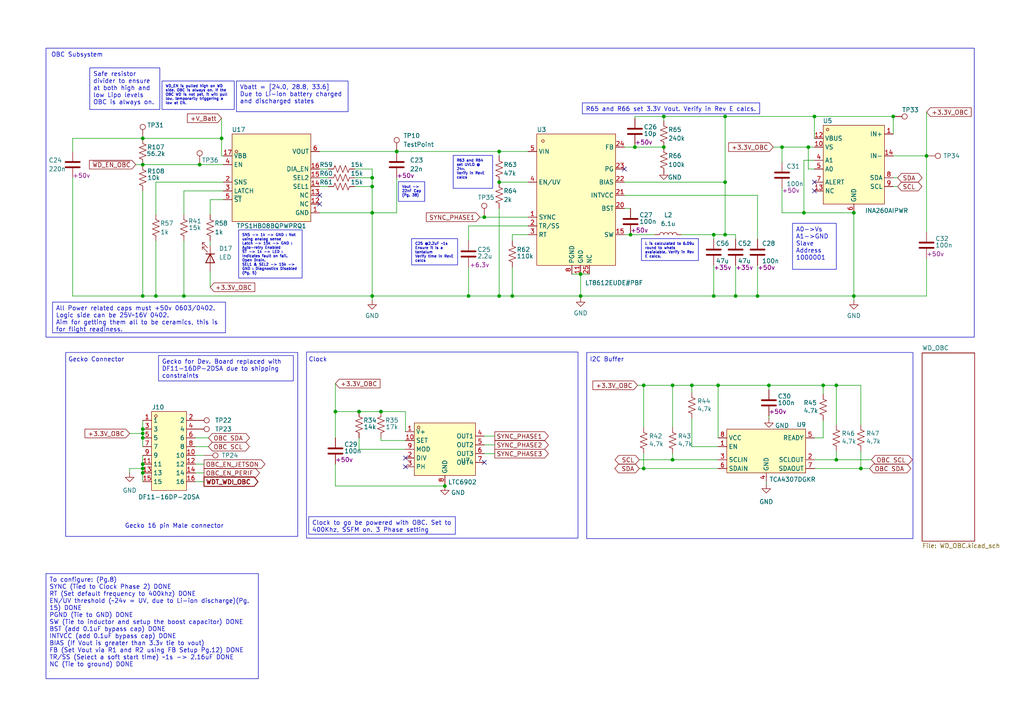
<source format=kicad_sch>
(kicad_sch (version 20250114) (generator "eeschema") (generator_version "9.0")
  (paper "A4")
  (lib_symbols
    (symbol "Device:C" (pin_numbers (hide yes)) (pin_names (offset 0.254))
      (property "Reference" "C" (at 0.635 2.54 0))
      (property "Value" "C" (at 0.635 -2.54 0))
      (symbol "C_0_1"
        (polyline (pts (xy -2.032 0.762) (xy 2.032 0.762)) (stroke (width 0.508)))
        (polyline (pts (xy -2.032 -0.762) (xy 2.032 -0.762)) (stroke (width 0.508)))
      )
      (symbol "C_1_1"
        (pin passive line (at 0 3.81 270) (length 2.794) (name "~") (number "1"))
        (pin passive line (at 0 -3.81 90) (length 2.794) (name "~") (number "2"))
      )
    )
    (symbol "Device:L" (pin_numbers (hide yes)) (pin_names (offset 1.016) (hide yes))
      (property "Reference" "L" (at -1.27 0 90))
      (property "Value" "L" (at 1.905 0 90))
      (symbol "L_0_1"
        (arc (start 0 2.54) (mid 0.6323 1.905) (end 0 1.27))
        (arc (start 0 1.27) (mid 0.6323 0.635) (end 0 0))
        (arc (start 0 0) (mid 0.6323 -0.635) (end 0 -1.27))
        (arc (start 0 -1.27) (mid 0.6323 -1.905) (end 0 -2.54))
      )
      (symbol "L_1_1"
        (pin passive line (at 0 3.81 270) (length 1.27) (name "1") (number "1"))
        (pin passive line (at 0 -3.81 90) (length 1.27) (name "2") (number "2"))
      )
    )
    (symbol "Device:LED" (pin_numbers (hide yes)) (pin_names (offset 1.016) (hide yes))
      (property "Reference" "D" (at 0 2.54 0))
      (property "Value" "LED" (at 0 -2.54 0))
      (symbol "LED_0_1"
        (polyline (pts (xy -3.048 -0.762) (xy -4.572 -2.286) (xy -3.81 -2.286) (xy -4.572 -2.286) (xy -4.572 -1.524)))
        (polyline (pts (xy -1.778 -0.762) (xy -3.302 -2.286) (xy -2.54 -2.286) (xy -3.302 -2.286) (xy -3.302 -1.524)))
        (polyline (pts (xy -1.27 0) (xy 1.27 0)))
        (polyline (pts (xy -1.27 -1.27) (xy -1.27 1.27)) (stroke (width 0.254)))
        (polyline (pts (xy 1.27 -1.27) (xy 1.27 1.27) (xy -1.27 0) (xy 1.27 -1.27)) (stroke (width 0.254)))
      )
      (symbol "LED_1_1"
        (pin passive line (at -3.81 0 0) (length 2.54) (name "K") (number "1"))
        (pin passive line (at 3.81 0 180) (length 2.54) (name "A") (number "2"))
      )
    )
    (symbol "Device:R_US" (pin_numbers (hide yes)) (pin_names (offset 0))
      (property "Reference" "R" (at 2.54 0 90))
      (property "Value" "R_US" (at -2.54 0 90))
      (symbol "R_US_0_1"
        (polyline (pts (xy 0 2.286) (xy 0 2.54)))
        (polyline (pts (xy 0 2.286) (xy 1.016 1.905) (xy 0 1.524) (xy -1.016 1.143) (xy 0 0.762)))
        (polyline (pts (xy 0 0.762) (xy 1.016 0.381) (xy 0 0) (xy -1.016 -0.381) (xy 0 -0.762)))
        (polyline (pts (xy 0 -0.762) (xy 1.016 -1.143) (xy 0 -1.524) (xy -1.016 -1.905) (xy 0 -2.286)))
        (polyline (pts (xy 0 -2.286) (xy 0 -2.54)))
      )
      (symbol "R_US_1_1"
        (pin passive line (at 0 3.81 270) (length 1.27) (name "~") (number "1"))
        (pin passive line (at 0 -3.81 90) (length 1.27) (name "~") (number "2"))
      )
    )
    (symbol "EPS:DF11-16DP-2DSA(08)"
      (property "Reference" "CN" (at 0 13.97 0))
      (property "Value" "DF11-16DP-2DSA(08)" (at 0 -13.97 0))
      (symbol "DF11-16DP-2DSA(08)_0_1"
        (rectangle (start -5.08 11.43) (end 5.08 -11.43) (fill (type background)))
        (circle (center -3.81 10.16) (radius 0.38))
        (pin unspecified line (at -7.62 8.89 0) (length 2.54) (name "1") (number "1"))
        (pin unspecified line (at -7.62 6.35 0) (length 2.54) (name "3") (number "3"))
        (pin unspecified line (at -7.62 3.81 0) (length 2.54) (name "5") (number "5"))
        (pin unspecified line (at -7.62 1.27 0) (length 2.54) (name "7") (number "7"))
        (pin unspecified line (at -7.62 -1.27 0) (length 2.54) (name "9") (number "9"))
        (pin unspecified line (at -7.62 -3.81 0) (length 2.54) (name "11") (number "11"))
        (pin unspecified line (at -7.62 -6.35 0) (length 2.54) (name "13") (number "13"))
        (pin unspecified line (at -7.62 -8.89 0) (length 2.54) (name "15") (number "15"))
        (pin unspecified line (at 7.62 8.89 180) (length 2.54) (name "2") (number "2"))
        (pin unspecified line (at 7.62 6.35 180) (length 2.54) (name "4") (number "4"))
        (pin unspecified line (at 7.62 3.81 180) (length 2.54) (name "6") (number "6"))
        (pin unspecified line (at 7.62 1.27 180) (length 2.54) (name "8") (number "8"))
        (pin unspecified line (at 7.62 -1.27 180) (length 2.54) (name "10") (number "10"))
        (pin unspecified line (at 7.62 -3.81 180) (length 2.54) (name "12") (number "12"))
        (pin unspecified line (at 7.62 -6.35 180) (length 2.54) (name "14") (number "14"))
        (pin unspecified line (at 7.62 -8.89 180) (length 2.54) (name "16") (number "16"))
      )
    )
    (symbol "EPS:INA260AIPWR"
      (property "Reference" "U" (at 0 13.97 0))
      (property "Value" "INA260AIPWR" (at 8.128 -12.954 0))
      (symbol "INA260AIPWR_0_1"
        (rectangle (start -8.89 11.43) (end 8.89 -11.43) (fill (type background)))
        (circle (center -7.62 10.16) (radius 0.38))
      )
      (symbol "INA260AIPWR_1_1"
        (pin passive line (at -11.43 7.62 0) (length 2.54) (name "VBUS") (number "12"))
        (pin passive line (at -11.43 5.08 0) (length 2.54) (name "VS") (number "10"))
        (pin passive line (at -11.43 1.27 0) (length 2.54) (name "A1") (number "4"))
        (pin passive line (at -11.43 -1.27 0) (length 2.54) (name "A0") (number "5"))
        (pin passive line (at -11.43 -5.08 0) (length 2.54) (name "ALERT") (number "7"))
        (pin passive line (at -11.43 -7.62 0) (length 2.54) (name "NC") (number "13"))
        (pin passive line (at 0 -13.97 90) (length 2.54) (name "GND") (number "6"))
        (pin passive line (at 11.43 8.89 180) (length 2.54) (name "IN+") (number "1"))
        (pin passive line (at 11.43 2.54 180) (length 2.54) (name "IN-") (number "14"))
        (pin passive line (at 11.43 -3.81 180) (length 2.54) (name "SDA") (number "8"))
        (pin passive line (at 11.43 -6.35 180) (length 2.54) (name "SCL") (number "9"))
      )
    )
    (symbol "EPS:LT8612EUDE#PBF"
      (property "Reference" "U" (at -1.27 24.13 0))
      (property "Value" "LT8612EUDE#PBF" (at 0 -29.21 0))
      (symbol "LT8612EUDE#PBF_0_1"
        (rectangle (start -11.43 16.51) (end 11.43 -21.59) (fill (type background)))
        (circle (center -9.652 14.478) (radius 0.38))
      )
      (symbol "LT8612EUDE#PBF_1_1"
        (pin passive line (at -13.97 11.43 0) (length 2.54) (name "VIN") (number "5"))
        (pin passive line (at -13.97 2.54 0) (length 2.54) (name "EN/UV") (number "4"))
        (pin passive line (at -13.97 -7.62 0) (length 2.54) (name "SYNC") (number "1"))
        (pin passive line (at -13.97 -10.16 0) (length 2.54) (name "TR/SS") (number "2"))
        (pin passive line (at -13.97 -12.7 0) (length 2.54) (name "RT") (number "3"))
        (pin passive line (at -1.27 -24.13 90) (length 2.54) (name "PGND") (number "8"))
        (pin passive line (at 1.27 -24.13 90) (length 2.54) (name "GND") (number "11"))
        (pin passive line (at 3.81 -24.13 90) (length 2.54) (name "NC") (number "25"))
        (pin passive line (at 13.97 12.7 180) (length 2.54) (name "FB") (number "24"))
        (pin passive line (at 13.97 6.35 180) (length 2.54) (name "PG") (number "23"))
        (pin passive line (at 13.97 2.54 180) (length 2.54) (name "BIAS") (number "22"))
        (pin passive line (at 13.97 -1.27 180) (length 2.54) (name "INTVCC") (number "21"))
        (pin passive line (at 13.97 -5.08 180) (length 2.54) (name "BST") (number "20"))
        (pin passive line (at 13.97 -12.7 180) (length 2.54) (name "SW") (number "15"))
      )
    )
    (symbol "EPS:LTC6902IMS#TRPBF"
      (property "Reference" "U" (at 0 10.16 0))
      (property "Value" "LTC6902IMS#TRPBF" (at 0 -10.16 0))
      (symbol "LTC6902IMS#TRPBF_0_1"
        (rectangle (start -8.89 7.62) (end 8.89 -7.62) (fill (type background)))
        (circle (center -7.62 6.35) (radius 0.38))
        (pin unspecified line (at -11.43 5.08 0) (length 2.54) (name "V+") (number "1"))
        (pin unspecified line (at -11.43 2.54 0) (length 2.54) (name "SET") (number "10"))
        (pin unspecified line (at -11.43 0 0) (length 2.54) (name "MOD") (number "9"))
        (pin unspecified line (at -11.43 -2.54 0) (length 2.54) (name "DIV") (number "2"))
        (pin unspecified line (at -11.43 -5.08 0) (length 2.54) (name "PH") (number "3"))
        (pin unspecified line (at 0 -10.16 90) (length 2.54) (name "GND") (number "8"))
        (pin unspecified line (at 11.43 3.81 180) (length 2.54) (name "OUT1") (number "4"))
        (pin unspecified line (at 11.43 1.27 180) (length 2.54) (name "OUT2") (number "5"))
        (pin unspecified line (at 11.43 -1.27 180) (length 2.54) (name "OUT3") (number "6"))
        (pin unspecified line (at 11.43 -3.81 180) (length 2.54) (name "OUT4") (number "7"))
      )
    )
    (symbol "EPS:TCA4307DGKR"
      (property "Reference" "U" (at 0 8.89 0))
      (property "Value" "TCA4307DGKR" (at 0 -8.89 0))
      (symbol "TCA4307DGKR_0_1"
        (rectangle (start -11.43 6.35) (end 11.43 -6.35) (fill (type background)))
        (pin unspecified line (at -13.97 3.81 0) (length 2.54) (name "VCC") (number "8"))
        (pin unspecified line (at -13.97 1.27 0) (length 2.54) (name "EN") (number "1"))
        (pin unspecified line (at -13.97 -2.54 0) (length 2.54) (name "SCLIN") (number "3"))
        (pin unspecified line (at -13.97 -5.08 0) (length 2.54) (name "SDAIN") (number "6"))
        (pin unspecified line (at 0 -8.89 90) (length 2.54) (name "GND") (number "4"))
        (pin unspecified line (at 13.97 3.81 180) (length 2.54) (name "READY") (number "5"))
        (pin unspecified line (at 13.97 -2.54 180) (length 2.54) (name "SCLOUT") (number "2"))
        (pin unspecified line (at 13.97 -5.08 180) (length 2.54) (name "SDAOUT") (number "7"))
      )
    )
    (symbol "EPS:TPS1HB08BQPWPRQ1"
      (property "Reference" "U" (at 0 15.24 0))
      (property "Value" "TPS1HB08BQPWPRQ1" (at 0 -15.24 0))
      (symbol "TPS1HB08BQPWPRQ1_0_1"
        (rectangle (start -11.43 12.7) (end 11.43 -12.7) (fill (type background)))
        (circle (center -10.16 7.62) (radius 0.38))
      )
      (symbol "TPS1HB08BQPWPRQ1_1_1"
        (pin passive line (at -13.97 6.35 0) (length 2.54) (name "VBB") (number "17"))
        (pin passive line (at -13.97 3.81 0) (length 2.54) (name "EN") (number "4"))
        (pin passive line (at -13.97 -1.27 0) (length 2.54) (name "SNS") (number "2"))
        (pin passive line (at -13.97 -3.81 0) (length 2.54) (name "LATCH") (number "3"))
        (pin passive line (at -13.97 -6.35 0) (length 2.54) (name "~{ST}") (number "5"))
        (pin passive line (at 13.97 7.62 180) (length 2.54) (name "VOUT") (number "6"))
        (pin passive line (at 13.97 2.54 180) (length 2.54) (name "DIA_EN") (number "16"))
        (pin passive line (at 13.97 0 180) (length 2.54) (name "SEL2") (number "15"))
        (pin passive line (at 13.97 -2.54 180) (length 2.54) (name "SEL1") (number "14"))
        (pin passive line (at 13.97 -5.08 180) (length 2.54) (name "NC") (number "13"))
        (pin passive line (at 13.97 -7.62 180) (length 2.54) (name "NC") (number "12"))
        (pin passive line (at 13.97 -10.16 180) (length 2.54) (name "GND") (number "1"))
      )
    )
    (symbol "EPS:TestPoint" (pin_numbers (hide yes)) (pin_names (offset 0.762) (hide yes))
      (property "Reference" "TP" (at 0 6.858 0))
      (property "Value" "TestPoint" (at 0 5.08 0))
      (symbol "TestPoint_0_1"
        (circle (center 0 3.302) (radius 0.762))
      )
      (symbol "TestPoint_1_1"
        (pin passive line (at 0 0 90) (length 2.54) (name "1") (number "1"))
      )
    )
    (symbol "power:GND" (power) (pin_numbers (hide yes)) (pin_names (offset 0) (hide yes))
      (property "Value" "GND" (at 0 -3.81 0))
      (symbol "GND_0_1"
        (polyline (pts (xy 0 0) (xy 0 -1.27) (xy 1.27 -1.27) (xy 0 -2.54) (xy -1.27 -1.27) (xy 0 -1.27)))
      )
      (symbol "GND_1_1"
        (pin power_in line (at 0 0 270) (length 0) (name "~") (number "1"))
      )
    )
  )
  (rectangle (start 13.335 13.97) (end 282.575 97.79))
  (rectangle (start 88.9 102.108) (end 167.64 156.083))
  (rectangle (start 170.18 102.235) (end 264.795 156.21))
  (rectangle (start 19.05 102.235) (end 86.36 155.575))
  (text "Clock\n" (at 92.202 104.394 0) (effects (font (size 1.27 1.27))))
  (text "OBC Subsystem" (at 22.352 16.002 0) (effects (font (size 1.27 1.27))))
  (text "I2C Buffer" (at 176.022 104.394 0) (effects (font (size 1.27 1.27))))
  (text "Gecko Connector" (at 27.94 104.394 0) (effects (font (size 1.27 1.27))))
  (text "Gecko 16 pin Male connector" (at 50.546 152.654 0) (effects (font (size 1.27 1.27))))
  (text_box "R65 and R66 set 3.3V Vout. Verify in Rev E calcs." (at 168.91 29.845 0) (size 51.435 3.175) (margins 0.9525 0.9525 0.9525 0.9525) (effects (font (size 1.27 1.27)) (justify left top)))
  (text_box "L is calculated to 6.09u round to whats avaialable. Verify in Rev E calcs." (at 186.055 69.215 0) (size 16.51 6.35) (margins 0.9525 0.9525 0.9525 0.9525) (effects (font (size 0.762 0.762)) (justify left top)))
  (text_box "A0->Vs\nA1->GND\nSlave Address\n1000001" (at 229.87 64.77 0) (size 12.7 13.335) (margins 0.9525 0.9525 0.9525 0.9525) (effects (font (size 1.27 1.27)) (justify left top)))
  (text_box "All Power related caps must +50v 0603/0402. Logic side can be 25V~16V 0402.\nAim for getting them all to be ceramics, this is for flight readiness." (at 15.24 87.63 0) (size 50.165 8.89) (margins 0.9525 0.9525 0.9525 0.9525) (effects (font (size 1.27 1.27)) (justify left top)))
  (text_box "To configure: (Pg.8)\nSYNC (Tied to Clock Phase 2) DONE\nRT (Set default frequency to 400khz) DONE\nEN/UV threshold (~24v = UV, due to Li-ion discharge)(Pg. 15) DONE\nPGND (Tie to GND) DONE\nSW (Tie to inductor and setup the boost capacitor) DONE\nBST (add 0.1uF bypass cap) DONE\nINTVCC (add 0.1uF bypass cap) DONE\nBIAS (If Vout is greater than 3.3v tie to vout)\nFB (Set Vout via R1 and R2 using FB Setup Pg.12) DONE\nTR/SS (Select a soft start time) ~1s -> 2.16uF DONE\nNC (Tie to ground) DONE" (at 13.335 166.37 0) (size 61.595 30.48) (margins 0.9525 0.9525 0.9525 0.9525) (effects (font (size 1.27 1.27)) (justify left top)))
  (text_box "Vbatt = [24.0, 28.8, 33.6] Due to Li-ion battery charged and discharged states" (at 68.58 23.495 0) (size 32.385 8.89) (margins 0.9525 0.9525 0.9525 0.9525) (effects (font (size 1.27 1.27)) (justify left top)))
  (text_box "Safe resistor divider to ensure at both high and low Lipo levels OBC is always on." (at 26.035 19.685 0) (size 20.32 12.065) (margins 0.9525 0.9525 0.9525 0.9525) (effects (font (size 1.27 1.27)) (justify left top)))
  (text_box "WD_EN is pulled high on WD side. OBC is always on. If the OBC WD is not pet, it will pull low, temporarily triggering a low at EN." (at 46.99 23.495 0) (size 20.955 8.255) (margins 0.9525 0.9525 0.9525 0.9525) (effects (font (size 0.762 0.762)) (justify left top)))
  (text_box "R63 and R64 set UVLO @ 24v.\nVerify in RevE calcs" (at 131.445 45.085 0) (size 11.43 9.525) (margins 0.9525 0.9525 0.9525 0.9525) (effects (font (size 0.762 0.762)) (justify left top)))
  (text_box "Vout -> 22nF Cap\n(Pg. 38)" (at 115.57 52.705 0) (size 7.62 5.715) (margins 0.9525 0.9525 0.9525 0.9525) (effects (font (size 0.762 0.762)) (justify left top)))
  (text_box "C25 @2.2uF ~1s\nEnsure it is a tantalum\nVerify time in RevE calcs" (at 119.38 69.215 0) (size 13.335 7.62) (margins 0.9525 0.9525 0.9525 0.9525) (effects (font (size 0.762 0.762)) (justify left top)))
  (text_box "Gecko for Dev. Board replaced with DF11-16DP-2DSA due to shipping constraints" (at 45.974 103.124 0) (size 39.116 7.366) (margins 0.9525 0.9525 0.9525 0.9525) (effects (font (size 1.27 1.27)) (justify left top)))
  (text_box "SNS -> 1k -> GND : Not using analog sense\nLatch -> 15k -> GND : Auto-retry Enabled\n~{ST} -> 1k -> LED : Indicates fault on fail. Open Drain.\nSEL1 & SEL2 -> 15k -> GND : Diagnostics Disabled\n(Pg. 5)" (at 69.215 66.675 0) (size 18.415 13.97) (margins 0.9525 0.9525 0.9525 0.9525) (effects (font (size 0.762 0.762)) (justify left top)))
  (text_box "Clock to go be powered with OBC. Set to 400Khz, SSFM on. 3 Phase setting" (at 89.535 149.86 0) (size 42.545 5.08) (margins 0.9525 0.9525 0.9525 0.9525) (effects (font (size 1.27 1.27)) (justify left top)))
  (junction (at 192.532 33.782))
  (junction (at 45.212 85.852))
  (junction (at 247.65 61.722))
  (junction (at 107.95 54.102))
  (junction (at 41.402 124.46))
  (junction (at 207.01 85.852))
  (junction (at 110.49 119.38))
  (junction (at 107.95 85.852))
  (junction (at 247.65 85.852))
  (junction (at 41.402 125.73))
  (junction (at 144.78 85.852))
  (junction (at 53.34 85.852))
  (junction (at 259.08 33.782))
  (junction (at 223.012 111.76))
  (junction (at 97.282 119.38))
  (junction (at 41.402 134.62))
  (junction (at 234.442 42.672))
  (junction (at 107.95 51.562))
  (junction (at 192.532 42.672))
  (junction (at 208.28 111.76))
  (junction (at 195.072 111.76))
  (junction (at 233.172 61.722))
  (junction (at 41.402 47.752))
  (junction (at 41.402 127))
  (junction (at 200.66 111.76))
  (junction (at 57.912 47.752))
  (junction (at 219.71 85.852))
  (junction (at 41.402 135.89))
  (junction (at 186.69 135.89))
  (junction (at 238.76 111.76))
  (junction (at 115.062 43.942))
  (junction (at 129.032 140.97))
  (junction (at 144.78 43.942))
  (junction (at 144.78 52.832))
  (junction (at 242.57 111.76))
  (junction (at 140.462 62.992))
  (junction (at 242.57 133.35))
  (junction (at 64.262 40.132))
  (junction (at 104.14 119.38))
  (junction (at 210.312 68.072))
  (junction (at 168.402 79.502))
  (junction (at 249.682 135.89))
  (junction (at 148.59 85.852))
  (junction (at 41.402 85.852))
  (junction (at 210.312 33.782))
  (junction (at 186.69 111.76))
  (junction (at 41.402 137.16))
  (junction (at 168.402 85.852))
  (junction (at 226.822 42.672))
  (junction (at 210.312 52.832))
  (junction (at 213.36 85.852))
  (junction (at 207.01 68.072))
  (junction (at 135.89 85.852))
  (junction (at 182.88 68.072))
  (junction (at 107.95 61.722))
  (junction (at 184.15 42.672))
  (junction (at 236.22 33.782))
  (junction (at 195.072 133.35))
  (junction (at 268.732 45.212))
  (junction (at 41.402 40.132))
  (no_connect (at 236.22 55.372))
  (no_connect (at 117.602 132.842))
  (no_connect (at 236.22 52.832))
  (no_connect (at 117.602 135.382))
  (no_connect (at 140.462 134.112))
  (no_connect (at 92.71 56.642))
  (no_connect (at 181.102 49.022))
  (no_connect (at 92.71 59.182))
  (wire (pts (xy 234.442 42.672) (xy 236.22 42.672)))
  (wire (pts (xy 107.95 85.852) (xy 107.95 61.722)))
  (wire (pts (xy 249.682 111.76) (xy 249.682 123.19)))
  (wire (pts (xy 135.89 85.852) (xy 144.78 85.852)))
  (wire (pts (xy 226.822 61.722) (xy 233.172 61.722)))
  (wire (pts (xy 210.312 68.072) (xy 213.36 68.072)))
  (wire (pts (xy 144.78 60.452) (xy 144.78 85.852)))
  (wire (pts (xy 45.212 69.85) (xy 45.212 85.852)))
  (wire (pts (xy 53.34 55.372) (xy 53.34 62.23)))
  (wire (pts (xy 60.96 57.912) (xy 64.77 57.912)))
  (wire (pts (xy 268.732 32.512) (xy 268.732 45.212)))
  (wire (pts (xy 222.25 140.462) (xy 222.25 139.7)))
  (wire (pts (xy 192.532 33.782) (xy 184.15 33.782)))
  (wire (pts (xy 92.71 61.722) (xy 107.95 61.722)))
  (wire (pts (xy 140.462 62.992) (xy 153.162 62.992)))
  (wire (pts (xy 195.072 111.76) (xy 200.66 111.76)))
  (wire (pts (xy 195.072 111.76) (xy 195.072 123.952)))
  (wire (pts (xy 41.402 134.62) (xy 41.402 135.89)))
  (wire (pts (xy 92.71 43.942) (xy 115.062 43.942)))
  (wire (pts (xy 135.89 69.85) (xy 135.89 65.532)))
  (wire (pts (xy 41.402 127) (xy 41.402 129.54)))
  (wire (pts (xy 41.402 40.132) (xy 64.262 40.132)))
  (wire (pts (xy 259.08 51.562) (xy 260.35 51.562)))
  (wire (pts (xy 238.76 111.76) (xy 242.57 111.76)))
  (wire (pts (xy 107.95 49.022) (xy 107.95 51.562)))
  (wire (pts (xy 148.59 85.852) (xy 168.402 85.852)))
  (wire (pts (xy 41.402 137.16) (xy 41.402 139.7)))
  (wire (pts (xy 37.592 135.89) (xy 41.402 135.89)))
  (wire (pts (xy 186.69 135.89) (xy 208.28 135.89)))
  (wire (pts (xy 110.49 119.38) (xy 117.602 119.38)))
  (wire (pts (xy 53.34 55.372) (xy 64.77 55.372)))
  (wire (pts (xy 192.532 33.782) (xy 192.532 35.052)))
  (wire (pts (xy 95.25 51.562) (xy 92.71 51.562)))
  (wire (pts (xy 140.462 131.572) (xy 143.51 131.572)))
  (wire (pts (xy 60.96 83.312) (xy 60.96 78.74)))
  (wire (pts (xy 97.282 140.97) (xy 129.032 140.97)))
  (wire (pts (xy 148.59 68.072) (xy 153.162 68.072)))
  (wire (pts (xy 213.36 76.962) (xy 213.36 85.852)))
  (wire (pts (xy 56.642 137.16) (xy 59.182 137.16)))
  (wire (pts (xy 242.57 130.81) (xy 242.57 133.35)))
  (wire (pts (xy 223.012 120.65) (xy 223.012 121.412)))
  (wire (pts (xy 184.912 111.76) (xy 186.69 111.76)))
  (wire (pts (xy 64.77 52.832) (xy 45.212 52.832)))
  (wire (pts (xy 223.012 111.76) (xy 238.76 111.76)))
  (wire (pts (xy 181.102 60.452) (xy 182.88 60.452)))
  (wire (pts (xy 97.282 134.62) (xy 97.282 140.97)))
  (wire (pts (xy 236.22 40.132) (xy 236.22 33.782)))
  (wire (pts (xy 249.682 130.81) (xy 249.682 135.89)))
  (wire (pts (xy 223.012 113.03) (xy 223.012 111.76)))
  (wire (pts (xy 234.442 49.022) (xy 234.442 42.672)))
  (wire (pts (xy 210.312 33.782) (xy 236.22 33.782)))
  (wire (pts (xy 268.732 85.852) (xy 268.732 74.93)))
  (wire (pts (xy 181.102 56.642) (xy 219.71 56.642)))
  (wire (pts (xy 135.89 65.532) (xy 153.162 65.532)))
  (wire (pts (xy 60.96 69.85) (xy 60.96 71.12)))
  (wire (pts (xy 186.69 131.572) (xy 186.69 135.89)))
  (wire (pts (xy 21.082 43.942) (xy 21.082 40.132)))
  (wire (pts (xy 102.87 51.562) (xy 107.95 51.562)))
  (wire (pts (xy 238.76 121.92) (xy 238.76 127)))
  (wire (pts (xy 144.78 43.942) (xy 144.78 45.212)))
  (wire (pts (xy 56.642 134.62) (xy 59.182 134.62)))
  (wire (pts (xy 56.642 139.7) (xy 59.182 139.7)))
  (wire (pts (xy 107.95 54.102) (xy 107.95 61.722)))
  (wire (pts (xy 41.402 132.08) (xy 41.402 134.62)))
  (wire (pts (xy 233.172 61.722) (xy 247.65 61.722)))
  (wire (pts (xy 60.96 57.912) (xy 60.96 62.23)))
  (wire (pts (xy 184.15 41.91) (xy 184.15 42.672)))
  (wire (pts (xy 236.22 49.022) (xy 234.442 49.022)))
  (wire (pts (xy 97.282 119.38) (xy 97.282 127)))
  (wire (pts (xy 182.88 68.072) (xy 189.992 68.072)))
  (wire (pts (xy 165.862 79.502) (xy 168.402 79.502)))
  (wire (pts (xy 110.49 127) (xy 110.49 127.762)))
  (wire (pts (xy 181.102 52.832) (xy 210.312 52.832)))
  (wire (pts (xy 185.42 133.35) (xy 195.072 133.35)))
  (wire (pts (xy 226.822 42.672) (xy 226.822 46.99)))
  (wire (pts (xy 104.14 127) (xy 104.14 130.302)))
  (wire (pts (xy 242.57 111.76) (xy 249.682 111.76)))
  (wire (pts (xy 186.69 111.76) (xy 186.69 123.952)))
  (wire (pts (xy 238.76 127) (xy 236.22 127)))
  (wire (pts (xy 140.462 126.492) (xy 143.51 126.492)))
  (wire (pts (xy 168.402 85.852) (xy 207.01 85.852)))
  (wire (pts (xy 110.49 127.762) (xy 117.602 127.762)))
  (wire (pts (xy 139.192 62.992) (xy 140.462 62.992)))
  (wire (pts (xy 213.36 68.072) (xy 213.36 69.342)))
  (wire (pts (xy 200.66 121.412) (xy 200.66 129.54)))
  (wire (pts (xy 236.22 33.782) (xy 259.08 33.782)))
  (wire (pts (xy 184.15 42.672) (xy 192.532 42.672)))
  (wire (pts (xy 224.282 42.672) (xy 226.822 42.672)))
  (wire (pts (xy 181.102 68.072) (xy 182.88 68.072)))
  (wire (pts (xy 64.262 40.132) (xy 64.262 45.212)))
  (wire (pts (xy 219.71 56.642) (xy 219.71 69.342)))
  (wire (pts (xy 233.172 46.482) (xy 236.22 46.482)))
  (wire (pts (xy 186.69 111.76) (xy 195.072 111.76)))
  (wire (pts (xy 45.212 52.832) (xy 45.212 62.23)))
  (wire (pts (xy 148.59 85.852) (xy 148.59 77.47)))
  (wire (pts (xy 208.28 111.76) (xy 208.28 127)))
  (wire (pts (xy 144.78 43.942) (xy 153.162 43.942)))
  (wire (pts (xy 102.87 49.022) (xy 107.95 49.022)))
  (wire (pts (xy 259.08 54.102) (xy 260.35 54.102)))
  (wire (pts (xy 21.082 51.562) (xy 21.082 85.852)))
  (wire (pts (xy 242.57 133.35) (xy 252.73 133.35)))
  (wire (pts (xy 95.25 49.022) (xy 92.71 49.022)))
  (wire (pts (xy 247.65 85.852) (xy 268.732 85.852)))
  (wire (pts (xy 39.37 47.752) (xy 41.402 47.752)))
  (wire (pts (xy 56.642 127) (xy 60.452 127)))
  (wire (pts (xy 247.65 61.722) (xy 247.65 85.852)))
  (wire (pts (xy 226.822 42.672) (xy 234.442 42.672)))
  (wire (pts (xy 195.072 131.572) (xy 195.072 133.35)))
  (wire (pts (xy 41.402 125.73) (xy 41.402 127)))
  (wire (pts (xy 195.072 133.35) (xy 208.28 133.35)))
  (wire (pts (xy 236.22 135.89) (xy 249.682 135.89)))
  (wire (pts (xy 207.01 85.852) (xy 213.36 85.852)))
  (wire (pts (xy 197.612 68.072) (xy 207.01 68.072)))
  (wire (pts (xy 21.082 40.132) (xy 41.402 40.132)))
  (wire (pts (xy 102.87 54.102) (xy 107.95 54.102)))
  (wire (pts (xy 41.402 124.46) (xy 41.402 125.73)))
  (wire (pts (xy 64.262 45.212) (xy 64.77 45.212)))
  (wire (pts (xy 144.78 85.852) (xy 148.59 85.852)))
  (wire (pts (xy 97.282 119.38) (xy 104.14 119.38)))
  (wire (pts (xy 107.95 61.722) (xy 115.062 61.722)))
  (wire (pts (xy 129.032 140.462) (xy 129.032 140.97)))
  (wire (pts (xy 64.262 34.29) (xy 64.262 40.132)))
  (wire (pts (xy 210.312 33.782) (xy 210.312 52.832)))
  (wire (pts (xy 56.642 129.54) (xy 60.452 129.54)))
  (wire (pts (xy 104.14 119.38) (xy 110.49 119.38)))
  (wire (pts (xy 21.082 85.852) (xy 41.402 85.852)))
  (wire (pts (xy 207.01 76.962) (xy 207.01 85.852)))
  (wire (pts (xy 219.71 85.852) (xy 247.65 85.852)))
  (wire (pts (xy 117.602 119.38) (xy 117.602 125.222)))
  (wire (pts (xy 37.592 125.73) (xy 41.402 125.73)))
  (wire (pts (xy 56.642 132.08) (xy 59.182 132.08)))
  (wire (pts (xy 115.062 51.562) (xy 115.062 61.722)))
  (wire (pts (xy 140.462 129.032) (xy 143.51 129.032)))
  (wire (pts (xy 41.402 47.752) (xy 57.912 47.752)))
  (wire (pts (xy 184.15 33.782) (xy 184.15 34.29)))
  (wire (pts (xy 53.34 85.852) (xy 107.95 85.852)))
  (wire (pts (xy 168.402 86.36) (xy 168.402 85.852)))
  (wire (pts (xy 207.01 68.072) (xy 210.312 68.072)))
  (wire (pts (xy 238.76 111.76) (xy 238.76 114.3)))
  (wire (pts (xy 41.402 55.372) (xy 41.402 85.852)))
  (wire (pts (xy 57.912 47.752) (xy 64.77 47.752)))
  (wire (pts (xy 200.66 111.76) (xy 200.66 113.792)))
  (wire (pts (xy 226.822 54.61) (xy 226.822 61.722)))
  (wire (pts (xy 37.592 137.16) (xy 37.592 135.89)))
  (wire (pts (xy 249.682 135.89) (xy 252.222 135.89)))
  (wire (pts (xy 107.95 85.852) (xy 135.89 85.852)))
  (wire (pts (xy 208.28 111.76) (xy 223.012 111.76)))
  (wire (pts (xy 233.172 46.482) (xy 233.172 61.722)))
  (wire (pts (xy 104.14 130.302) (xy 117.602 130.302)))
  (wire (pts (xy 181.102 42.672) (xy 184.15 42.672)))
  (wire (pts (xy 45.212 85.852) (xy 53.34 85.852)))
  (wire (pts (xy 268.732 45.212) (xy 268.732 67.31)))
  (wire (pts (xy 135.89 77.47) (xy 135.89 85.852)))
  (wire (pts (xy 185.42 135.89) (xy 186.69 135.89)))
  (wire (pts (xy 41.402 121.92) (xy 41.402 124.46)))
  (wire (pts (xy 247.65 87.122) (xy 247.65 85.852)))
  (wire (pts (xy 115.062 43.942) (xy 144.78 43.942)))
  (wire (pts (xy 95.25 54.102) (xy 92.71 54.102)))
  (wire (pts (xy 207.01 68.072) (xy 207.01 69.342)))
  (wire (pts (xy 259.08 45.212) (xy 268.732 45.212)))
  (wire (pts (xy 107.95 87.122) (xy 107.95 85.852)))
  (wire (pts (xy 219.71 76.962) (xy 219.71 85.852)))
  (wire (pts (xy 107.95 51.562) (xy 107.95 54.102)))
  (wire (pts (xy 259.08 33.782) (xy 259.08 38.862)))
  (wire (pts (xy 168.402 79.502) (xy 170.942 79.502)))
  (wire (pts (xy 192.532 33.782) (xy 210.312 33.782)))
  (wire (pts (xy 53.34 69.85) (xy 53.34 85.852)))
  (wire (pts (xy 148.59 68.072) (xy 148.59 69.85)))
  (wire (pts (xy 210.312 52.832) (xy 210.312 68.072)))
  (wire (pts (xy 41.402 85.852) (xy 45.212 85.852)))
  (wire (pts (xy 200.66 129.54) (xy 208.28 129.54)))
  (wire (pts (xy 144.78 52.832) (xy 153.162 52.832)))
  (wire (pts (xy 168.402 79.502) (xy 168.402 85.852)))
  (wire (pts (xy 192.532 49.53) (xy 192.532 50.292)))
  (wire (pts (xy 200.66 111.76) (xy 208.28 111.76)))
  (wire (pts (xy 213.36 85.852) (xy 219.71 85.852)))
  (wire (pts (xy 41.402 135.89) (xy 41.402 137.16)))
  (wire (pts (xy 236.22 133.35) (xy 242.57 133.35)))
  (wire (pts (xy 242.57 123.19) (xy 242.57 111.76)))
  (wire (pts (xy 97.282 111.252) (xy 97.282 119.38)))
  (global_label "SYNC_PHASE1" (shape input) (at 139.192 62.992 180) (property "Intersheetrefs" "${INTERSHEET_REFS}" (effects (hide yes))))
  (global_label "SCL" (shape bidirectional) (at 185.42 133.35 180) (property "Intersheetrefs" "${INTERSHEET_REFS}" (effects (hide yes))))
  (global_label "SYNC_PHASE1" (shape output) (at 143.51 126.492 0) (property "Intersheetrefs" "${INTERSHEET_REFS}" (effects (hide yes))))
  (global_label "+V_Batt" (shape input) (at 64.262 34.29 180) (property "Intersheetrefs" "${INTERSHEET_REFS}" (effects (hide yes))))
  (global_label "+3.3V_OBC" (shape input) (at 37.592 125.73 180) (property "Intersheetrefs" "${INTERSHEET_REFS}" (effects (hide yes))))
  (global_label "OBC_EN_JETSON" (shape output) (at 59.182 134.62 0) (property "Intersheetrefs" "${INTERSHEET_REFS}" (effects (hide yes))))
  (global_label "WDT_WDI_OBC" (shape output) (at 59.182 139.7 0) (effects (font (thickness 0.254) (bold yes))) (property "Intersheetrefs" "${INTERSHEET_REFS}" (effects (hide yes))))
  (global_label "SDA" (shape bidirectional) (at 185.42 135.89 180) (property "Intersheetrefs" "${INTERSHEET_REFS}" (effects (hide yes))))
  (global_label "+3.3V_OBC" (shape input) (at 268.732 32.512 0) (property "Intersheetrefs" "${INTERSHEET_REFS}" (effects (hide yes))))
  (global_label "OBC SCL" (shape bidirectional) (at 252.73 133.35 0) (property "Intersheetrefs" "${INTERSHEET_REFS}" (effects (hide yes))))
  (global_label "+3.3V_OBC" (shape input) (at 97.282 111.252 0) (property "Intersheetrefs" "${INTERSHEET_REFS}" (effects (hide yes))))
  (global_label "SYNC_PHASE2" (shape output) (at 143.51 129.032 0) (property "Intersheetrefs" "${INTERSHEET_REFS}" (effects (hide yes))))
  (global_label "+3.3V_OBC" (shape input) (at 184.912 111.76 180) (property "Intersheetrefs" "${INTERSHEET_REFS}" (effects (hide yes))))
  (global_label "+3.3V_OBC" (shape input) (at 224.282 42.672 180) (property "Intersheetrefs" "${INTERSHEET_REFS}" (effects (hide yes))))
  (global_label "~{WD_EN_OBC}" (shape input) (at 39.37 47.752 180) (property "Intersheetrefs" "${INTERSHEET_REFS}" (effects (hide yes))))
  (global_label "SYNC_PHASE3" (shape output) (at 143.51 131.572 0) (property "Intersheetrefs" "${INTERSHEET_REFS}" (effects (hide yes))))
  (global_label "OBC_EN_PERIF" (shape output) (at 59.182 137.16 0) (property "Intersheetrefs" "${INTERSHEET_REFS}" (effects (hide yes))))
  (global_label "OBC SDA" (shape bidirectional) (at 60.452 127 0) (property "Intersheetrefs" "${INTERSHEET_REFS}" (effects (hide yes))))
  (global_label "+3.3V_OBC" (shape input) (at 60.96 83.312 0) (property "Intersheetrefs" "${INTERSHEET_REFS}" (effects (hide yes))))
  (global_label "SDA" (shape bidirectional) (at 260.35 51.562 0) (property "Intersheetrefs" "${INTERSHEET_REFS}" (effects (hide yes))))
  (global_label "OBC SDA" (shape bidirectional) (at 252.222 135.89 0) (property "Intersheetrefs" "${INTERSHEET_REFS}" (effects (hide yes))))
  (global_label "SCL" (shape bidirectional) (at 260.35 54.102 0) (property "Intersheetrefs" "${INTERSHEET_REFS}" (effects (hide yes))))
  (global_label "OBC SCL" (shape bidirectional) (at 60.452 129.54 0) (property "Intersheetrefs" "${INTERSHEET_REFS}" (effects (hide yes))))
  (symbol (lib_id "Device:R_US") (at 144.78 49.022 0) (unit 1)
    (property "Reference" "R63" (at 146.05 47.752 0) (effects (justify left)))
    (property "Value" "47k" (at 146.05 50.292 0) (effects (justify left)))
    (property "Footprint" "EPS:R0402" (effects (hide yes)))
    (property "Description" "Resistor, US symbol" (effects (hide yes)))
    (property "LCSC" "C93943" (effects (hide yes)))
  )
  (symbol (lib_id "EPS:TestPoint") (at 56.642 121.92 270) (unit 1)
    (property "Reference" "TP22" (at 62.357 121.9199 90) (effects (justify left)))
    (property "Value" "TestPoint" (effects (hide yes)))
    (property "Footprint" "TestPoint:TestPoint_Pad_1.0x1.0mm" (effects (hide yes)))
    (property "Description" "test point" (effects (hide yes)))
  )
  (symbol (lib_id "Device:R_US") (at 144.78 56.642 0) (unit 1)
    (property "Reference" "R64" (at 146.05 55.372 0) (effects (justify left)))
    (property "Value" "2k" (at 146.05 57.912 0) (effects (justify left)))
    (property "Footprint" "EPS:R0402" (effects (hide yes)))
    (property "Description" "Resistor, US symbol" (effects (hide yes)))
    (property "LCSC" "C60488" (effects (hide yes)))
  )
  (symbol (lib_id "power:GND") (at 192.532 49.53 0) (unit 1)
    (property "Reference" "#PWR052" (effects (hide yes)))
    (property "Value" "GND" (at 195.707 51.435 0))
    (property "Description" "Power symbol creates a global label with name \"GND\" , ground" (effects (hide yes)))
  )
  (symbol (lib_id "EPS:TCA4307DGKR") (at 222.25 130.81 0) (unit 1)
    (property "Reference" "U9" (at 232.41 123.19 0))
    (property "Value" "TCA4307DGKR" (at 229.87 139.065 0))
    (property "Footprint" "EPS:VSSOP-8_L3.0-W3.0-P0.65-LS4.9-BL" (effects (hide yes)))
    (property "Datasheet" "https://www.ti.com/general/docs/suppproductinfo.tsp?distId=10&gotoUrl=https%3A%2F%2Fwww.ti.com%2Flit%2Fgpn%2Ftca4307" (effects (hide yes)))
    (property "Description" "I2C Buffer" (effects (hide yes)))
    (property "LCSC Part" "C880333" (effects (hide yes)))
  )
  (symbol (lib_id "Device:C") (at 268.732 71.12 0) (unit 1)
    (property "Reference" "C32" (at 271.272 69.215 0) (effects (justify left)))
    (property "Value" "100n" (at 271.272 71.12 0) (effects (justify left)))
    (property "Footprint" "EPS:C0402" (effects (hide yes)))
    (property "Description" "Unpolarized capacitor" (effects (hide yes)))
    (property "Voltage Rating" "+50v" (at 271.272 73.66 0))
    (property "LCSC" "C85858" (effects (hide yes)))
  )
  (symbol (lib_id "Device:C") (at 115.062 47.752 0) (unit 1)
    (property "Reference" "C23" (at 118.872 46.4819 0) (effects (justify left)))
    (property "Value" "22n" (at 118.872 49.0219 0) (effects (justify left)))
    (property "Footprint" "EPS:C0402" (effects (hide yes)))
    (property "Description" "Unpolarized capacitor" (effects (hide yes)))
    (property "Voltage Rating" "+50v" (at 117.602 50.927 0))
    (property "LCSC" "C77023" (effects (hide yes)))
  )
  (symbol (lib_id "Device:R_US") (at 99.06 49.022 90) (unit 1)
    (property "Reference" "R59" (at 94.615 47.752 90))
    (property "Value" "15k" (at 103.505 47.752 90))
    (property "Footprint" "EPS:R0402" (effects (hide yes)))
    (property "Description" "Resistor, US symbol" (effects (hide yes)))
    (property "LCSC" "C25756" (effects (hide yes)))
  )
  (symbol (lib_id "Device:R_US") (at 192.532 46.482 0) (unit 1)
    (property "Reference" "R66" (at 193.802 45.212 0) (effects (justify left)))
    (property "Value" "100k" (at 193.802 47.752 0) (effects (justify left)))
    (property "Footprint" "EPS:R0402" (effects (hide yes)))
    (property "Description" "Resistor, US symbol" (effects (hide yes)))
    (property "LCSC" "C60491" (effects (hide yes)))
  )
  (symbol (lib_id "EPS:TestPoint") (at 268.732 45.212 270) (unit 1)
    (property "Reference" "TP34" (at 273.558 45.212 90) (effects (justify left)))
    (property "Value" "TestPoint" (effects (hide yes)))
    (property "Footprint" "TestPoint:TestPoint_Pad_1.0x1.0mm" (effects (hide yes)))
    (property "Description" "test point" (effects (hide yes)))
  )
  (symbol (lib_id "power:GND") (at 107.95 87.122 0) (unit 1)
    (property "Reference" "#PWR046" (effects (hide yes)))
    (property "Value" "GND" (at 107.95 91.567 0))
    (property "Description" "Power symbol creates a global label with name \"GND\" , ground" (effects (hide yes)))
  )
  (symbol (lib_id "EPS:TestPoint") (at 41.402 40.132 0) (unit 1)
    (property "Reference" "TP31" (at 42.672 36.322 0) (effects (justify left)))
    (property "Value" "TestPoint" (effects (hide yes)))
    (property "Footprint" "TestPoint:TestPoint_Pad_1.0x1.0mm" (effects (hide yes)))
    (property "Description" "test point" (effects (hide yes)))
  )
  (symbol (lib_id "Device:C") (at 207.01 73.152 0) (unit 1)
    (property "Reference" "C56" (at 207.645 70.612 0) (effects (justify left)))
    (property "Value" "47u" (at 207.645 75.692 0) (effects (justify left)))
    (property "Footprint" "EPS:CAP-SMD_L7.3-W4.3-FD" (effects (hide yes)))
    (property "Description" "Unpolarized capacitor" (effects (hide yes)))
    (property "Voltage Rating" "+35v" (at 209.55 77.597 0))
    (property "LCSC" "C87110" (effects (hide yes)))
  )
  (symbol (lib_id "Device:R_US") (at 186.69 127.762 0) (unit 1)
    (property "Reference" "R42" (at 188.214 126.492 0) (effects (justify left)))
    (property "Value" "4.7k" (at 188.214 128.778 0) (effects (justify left)))
    (property "Footprint" "Resistor_SMD:R_0603_1608Metric" (effects (hide yes)))
    (property "Description" "Resistor, US symbol" (effects (hide yes)))
    (property "LCSC" "C99782" (effects (hide yes)))
  )
  (symbol (lib_id "power:GND") (at 247.65 87.122 0) (unit 1)
    (property "Reference" "#PWR054" (effects (hide yes)))
    (property "Value" "GND" (at 247.65 91.567 0))
    (property "Description" "Power symbol creates a global label with name \"GND\" , ground" (effects (hide yes)))
  )
  (symbol (lib_id "Device:R_US") (at 192.532 38.862 0) (unit 1)
    (property "Reference" "R65" (at 193.802 37.592 0) (effects (justify left)))
    (property "Value" "240k" (at 193.802 40.132 0) (effects (justify left)))
    (property "Footprint" "EPS:R0402" (effects (hide yes)))
    (property "Description" "Resistor, US symbol" (effects (hide yes)))
    (property "LCSC" "C138029" (effects (hide yes)))
  )
  (symbol (lib_id "Device:C") (at 97.282 130.81 0) (unit 1)
    (property "Reference" "C29" (at 99.822 128.905 0) (effects (justify left)))
    (property "Value" "100n" (at 99.822 130.81 0) (effects (justify left)))
    (property "Footprint" "EPS:C0402" (effects (hide yes)))
    (property "Description" "Unpolarized capacitor" (effects (hide yes)))
    (property "Voltage Rating" "+50v" (at 99.822 133.35 0))
    (property "LCSC" "C85858" (effects (hide yes)))
  )
  (symbol (lib_id "Device:R_US") (at 242.57 127 0) (unit 1)
    (property "Reference" "R46" (at 244.094 125.73 0) (effects (justify left)))
    (property "Value" "4.7k" (at 244.094 128.016 0) (effects (justify left)))
    (property "Footprint" "Resistor_SMD:R_0603_1608Metric" (effects (hide yes)))
    (property "Description" "Resistor, US symbol" (effects (hide yes)))
    (property "LCSC" "C99782" (effects (hide yes)))
  )
  (symbol (lib_id "EPS:TestPoint") (at 140.462 62.992 0) (unit 1)
    (property "Reference" "TP35" (at 138.557 57.277 0) (effects (justify left)))
    (property "Value" "TestPoint" (effects (hide yes)))
    (property "Footprint" "TestPoint:TestPoint_Pad_1.0x1.0mm" (effects (hide yes)))
    (property "Description" "test point" (effects (hide yes)))
  )
  (symbol (lib_id "Device:R_US") (at 99.06 54.102 90) (unit 1)
    (property "Reference" "R61" (at 94.615 52.832 90))
    (property "Value" "15k" (at 103.505 52.832 90))
    (property "Footprint" "EPS:R0402" (effects (hide yes)))
    (property "Description" "Resistor, US symbol" (effects (hide yes)))
    (property "LCSC" "C25756" (effects (hide yes)))
  )
  (symbol (lib_id "power:GND") (at 168.402 86.36 0) (unit 1)
    (property "Reference" "#PWR049" (effects (hide yes)))
    (property "Value" "GND" (at 168.402 90.805 0))
    (property "Description" "Power symbol creates a global label with name \"GND\" , ground" (effects (hide yes)))
  )
  (symbol (lib_id "power:GND") (at 37.592 137.16 0) (unit 1)
    (property "Reference" "#PWR030" (effects (hide yes)))
    (property "Value" "GND" (at 37.592 142.24 0))
    (property "Description" "Power symbol creates a global label with name \"GND\" , ground" (effects (hide yes)))
  )
  (symbol (lib_id "Device:R_US") (at 41.402 43.942 180) (unit 1)
    (property "Reference" "R107" (at 45.212 42.672 0))
    (property "Value" "56.2k" (at 45.212 44.577 0))
    (property "Footprint" "EPS:R0402" (effects (hide yes)))
    (property "Description" "Resistor, US symbol" (effects (hide yes)))
    (property "LCSC" "C54968" (effects (hide yes)))
  )
  (symbol (lib_id "EPS:TestPoint") (at 57.912 47.752 0) (unit 1)
    (property "Reference" "TP36" (at 58.547 46.482 0) (effects (justify left)))
    (property "Value" "TestPoint" (effects (hide yes)))
    (property "Footprint" "TestPoint:TestPoint_Pad_1.0x1.0mm" (effects (hide yes)))
    (property "Description" "test point" (effects (hide yes)))
  )
  (symbol (lib_id "Device:R_US") (at 195.072 127.762 0) (unit 1)
    (property "Reference" "R43" (at 196.596 126.492 0) (effects (justify left)))
    (property "Value" "4.7k" (at 196.596 128.778 0) (effects (justify left)))
    (property "Footprint" "Resistor_SMD:R_0603_1608Metric" (effects (hide yes)))
    (property "Description" "Resistor, US symbol" (effects (hide yes)))
    (property "LCSC" "C99782" (effects (hide yes)))
  )
  (symbol (lib_id "EPS:TPS1HB08BQPWPRQ1") (at 78.74 51.562 0) (unit 1)
    (property "Reference" "U17" (at 69.215 37.592 0))
    (property "Value" "TPS1HB08BQPWPRQ1" (at 78.74 65.532 0))
    (property "Footprint" "EPS:HTSSOP-16_L5.0-W4.4-P0.65-LS6.4-TL-EP2.9" (effects (hide yes)))
    (property "Datasheet" "https://www.ti.com/lit/ds/symlink/tps1ha08-q1.pdf?ts=1748448912035&ref_url=https%253A%252F%252Fwww.ti.com%252Fproduct%252FTPS1HA08-Q1" (effects (hide yes)))
    (property "Description" "40-V, 8-mΩ Single-Channel Smart High-Side Switch" (effects (hide yes)))
    (property "LCSC Part" "C3230075" (effects (hide yes)))
  )
  (symbol (lib_id "Device:R_US") (at 99.06 51.562 90) (unit 1)
    (property "Reference" "R60" (at 94.615 50.292 90))
    (property "Value" "15k" (at 103.505 50.292 90))
    (property "Footprint" "EPS:R0402" (effects (hide yes)))
    (property "Description" "Resistor, US symbol" (effects (hide yes)))
    (property "LCSC" "C25756" (effects (hide yes)))
  )
  (symbol (lib_id "EPS:TestPoint") (at 259.08 33.782 270) (unit 1)
    (property "Reference" "TP33" (at 261.62 31.877 90) (effects (justify left)))
    (property "Value" "TestPoint" (effects (hide yes)))
    (property "Footprint" "TestPoint:TestPoint_Pad_1.0x1.0mm" (effects (hide yes)))
    (property "Description" "test point" (effects (hide yes)))
  )
  (symbol (lib_id "EPS:TestPoint") (at 56.642 124.46 270) (unit 1)
    (property "Reference" "TP23" (at 62.357 124.4599 90) (effects (justify left)))
    (property "Value" "TestPoint" (effects (hide yes)))
    (property "Footprint" "TestPoint:TestPoint_Pad_1.0x1.0mm" (effects (hide yes)))
    (property "Description" "test point" (effects (hide yes)))
  )
  (symbol (lib_id "Device:C") (at 182.88 64.262 0) (unit 1)
    (property "Reference" "C27" (at 185.42 62.357 0) (effects (justify left)))
    (property "Value" "100n" (at 185.42 64.262 0) (effects (justify left)))
    (property "Footprint" "EPS:C0402" (effects (hide yes)))
    (property "Description" "Unpolarized capacitor" (effects (hide yes)))
    (property "Voltage Rating" "+50v" (at 185.42 66.802 0))
    (property "LCSC" "C85858" (effects (hide yes)))
  )
  (symbol (lib_id "power:GND") (at 222.25 140.462 0) (unit 1)
    (property "Reference" "#PWR028" (effects (hide yes)))
    (property "Value" "GND" (at 222.25 145.542 0))
    (property "Description" "Power symbol creates a global label with name \"GND\" , ground" (effects (hide yes)))
  )
  (symbol (lib_id "EPS:TestPoint") (at 115.062 43.942 0) (unit 1)
    (property "Reference" "TP10" (at 116.967 39.3699 0) (effects (justify left)))
    (property "Value" "TestPoint" (at 116.967 41.9099 0) (effects (justify left)))
    (property "Footprint" "TestPoint:TestPoint_Pad_1.0x1.0mm" (effects (hide yes)))
    (property "Description" "test point" (effects (hide yes)))
  )
  (symbol (lib_id "EPS:LTC6902IMS#TRPBF") (at 129.032 130.302 0) (unit 1)
    (property "Reference" "U7" (at 133.604 132.842 0) (effects (justify left top)))
    (property "Value" "LTC6902" (at 134.112 139.827 0))
    (property "Footprint" "EPS:MSOP-10_L3.0-W3.0-P0.50-LS5.0-BL" (effects (hide yes)))
    (property "Datasheet" "https://www.analog.com/media/en/technical-documentation/data-sheets/6902f.pdf" (effects (hide yes)))
    (property "Description" "Multiphase Oscillator with Spread Spectrum Frequency Modulation" (effects (hide yes)))
    (property "LCSC" "C581012" (effects (hide yes)))
    (property "LCSC Part" "C581014" (effects (hide yes)))
  )
  (symbol (lib_id "Device:R_US") (at 200.66 117.602 0) (unit 1)
    (property "Reference" "R44" (at 202.184 116.332 0) (effects (justify left)))
    (property "Value" "4.7k" (at 202.184 118.618 0) (effects (justify left)))
    (property "Footprint" "Resistor_SMD:R_0603_1608Metric" (effects (hide yes)))
    (property "Description" "Resistor, US symbol" (effects (hide yes)))
    (property "LCSC" "C99782" (effects (hide yes)))
  )
  (symbol (lib_id "EPS:INA260AIPWR") (at 247.65 47.752 0) (unit 1)
    (property "Reference" "U5" (at 240.03 35.052 0))
    (property "Value" "INA260AIPWR" (at 257.175 61.087 0))
    (property "Footprint" "EPS:TSSOP-16_L5.0-W4.4-P0.65-LS6.4-BL-1" (effects (hide yes)))
    (property "Datasheet" "https://www.ti.com/lit/ds/symlink/ina260.pdf?ts=1748375218606&ref_url=https%253A%252F%252Fwww.google.com%252F" (effects (hide yes)))
    (property "Description" "Precision Digital Current and Power Monitor With Low-Drift, Precision Integrated Shunt" (effects (hide yes)))
    (property "LCSC Part" "C2155885" (effects (hide yes)))
  )
  (symbol (lib_id "Device:R_US") (at 249.682 127 0) (unit 1)
    (property "Reference" "R47" (at 251.206 125.73 0) (effects (justify left)))
    (property "Value" "4.7k" (at 251.206 128.016 0) (effects (justify left)))
    (property "Footprint" "Resistor_SMD:R_0603_1608Metric" (effects (hide yes)))
    (property "Description" "Resistor, US symbol" (effects (hide yes)))
    (property "LCSC" "C99782" (effects (hide yes)))
  )
  (symbol (lib_id "Device:C") (at 21.082 47.752 0) (unit 1)
    (property "Reference" "C24" (at 14.097 46.482 0) (effects (justify left)))
    (property "Value" "220n" (at 14.097 49.022 0) (effects (justify left)))
    (property "Footprint" "EPS:C0402" (effects (hide yes)))
    (property "Description" "Unpolarized capacitor" (effects (hide yes)))
    (property "Voltage Rating" "+50v" (at 23.622 50.927 0))
    (property "LCSC" "C5159775" (effects (hide yes)))
  )
  (symbol (lib_id "EPS:DF11-16DP-2DSA(08)") (at 49.022 130.81 0) (unit 1)
    (property "Reference" "J10" (at 45.847 118.11 0))
    (property "Value" "DF11-16DP-2DSA" (at 49.022 144.145 0))
    (property "Footprint" "EPS:CONN-TH_DF11-16DP-2DSA-08" (effects (hide yes)))
    (property "Datasheet" "https://lcsc.com/product-detail/Wire-To-Board-Wire-To-Wire-Connector_HRS-Hirose-HRS-DF11-16DP-2DSA-08_C530981.html" (effects (hide yes)))
    (property "Description" "Hirose 2x8 Connector, Drop in replacement for Gecko" (effects (hide yes)))
    (property "MANUFACTURER" "HARWIN" (effects (hide yes)))
    (property "LCSC Part" "C530981" (effects (hide yes)))
  )
  (symbol (lib_id "power:GND") (at 129.032 140.97 0) (unit 1)
    (property "Reference" "#PWR044" (effects (hide yes)))
    (property "Value" "GND" (at 132.842 142.875 0))
    (property "Description" "Power symbol creates a global label with name \"GND\" , ground" (effects (hide yes)))
  )
  (symbol (lib_id "Device:R_US") (at 148.59 73.66 0) (unit 1)
    (property "Reference" "R62" (at 149.86 72.39 0) (effects (justify left)))
    (property "Value" "110k" (at 149.86 74.295 0) (effects (justify left)))
    (property "Footprint" "EPS:R0402" (effects (hide yes)))
    (property "Description" "Resistor, US symbol" (effects (hide yes)))
    (property "LCSC" "C138065" (effects (hide yes)))
  )
  (symbol (lib_id "Device:C") (at 219.71 73.152 0) (unit 1)
    (property "Reference" "C28" (at 220.98 70.612 0) (effects (justify left)))
    (property "Value" "100n" (at 220.98 75.692 0) (effects (justify left)))
    (property "Footprint" "EPS:C0402" (effects (hide yes)))
    (property "Description" "Unpolarized capacitor" (effects (hide yes)))
    (property "Voltage Rating" "+50v" (at 222.25 77.597 0))
    (property "LCSC" "C85858" (effects (hide yes)))
  )
  (symbol (lib_id "Device:R_US") (at 41.402 51.562 180) (unit 1)
    (property "Reference" "R108" (at 45.212 49.657 0))
    (property "Value" "10k" (at 44.577 51.562 0))
    (property "Footprint" "EPS:R0402" (effects (hide yes)))
    (property "Description" "Resistor, US symbol" (effects (hide yes)))
    (property "LCSC" "C25531" (effects (hide yes)))
  )
  (symbol (lib_id "Device:R_US") (at 53.34 66.04 180) (unit 1)
    (property "Reference" "R41" (at 56.515 64.135 0))
    (property "Value" "15k" (at 56.515 66.04 0))
    (property "Footprint" "EPS:R0402" (effects (hide yes)))
    (property "Description" "Resistor, US symbol" (effects (hide yes)))
    (property "LCSC" "C114761" (effects (hide yes)))
  )
  (symbol (lib_id "Device:R_US") (at 238.76 118.11 0) (unit 1)
    (property "Reference" "R45" (at 233.045 116.84 0) (effects (justify left)))
    (property "Value" "4.7k" (at 233.045 119.126 0) (effects (justify left)))
    (property "Footprint" "Resistor_SMD:R_0603_1608Metric" (effects (hide yes)))
    (property "Description" "Resistor, US symbol" (effects (hide yes)))
    (property "LCSC" "C99782" (effects (hide yes)))
  )
  (symbol (lib_id "Device:R_US") (at 110.49 123.19 0) (mirror y) (unit 1)
    (property "Reference" "R35" (at 113.665 121.92 0))
    (property "Value" "17k" (at 113.665 123.825 0))
    (property "Footprint" "Resistor_SMD:R_0603_1608Metric" (effects (hide yes)))
    (property "Description" "Resistor, US symbol" (effects (hide yes)))
    (property "LCSC" "C137788" (effects (hide yes)))
  )
  (symbol (lib_id "Device:C") (at 213.36 73.152 0) (unit 1)
    (property "Reference" "C52" (at 213.995 70.612 0) (effects (justify left)))
    (property "Value" "47u" (at 213.995 75.692 0) (effects (justify left)))
    (property "Footprint" "EPS:CAP-SMD_L7.3-W4.3-FD" (effects (hide yes)))
    (property "Description" "Unpolarized capacitor" (effects (hide yes)))
    (property "Voltage Rating" "+35v" (at 215.9 77.597 0))
    (property "LCSC" "C87110" (effects (hide yes)))
  )
  (symbol (lib_id "Device:R_US") (at 45.212 66.04 180) (unit 1)
    (property "Reference" "R57" (at 48.387 64.77 0))
    (property "Value" "1k" (at 47.752 67.31 0))
    (property "Footprint" "EPS:R0402" (effects (hide yes)))
    (property "Description" "Resistor, US symbol" (effects (hide yes)))
    (property "LCSC" "C106235" (effects (hide yes)))
  )
  (symbol (lib_id "Device:L") (at 193.802 68.072 90) (unit 1)
    (property "Reference" "L2" (at 193.802 62.357 90))
    (property "Value" "6.1u" (at 193.802 64.897 90))
    (property "Footprint" "EPS:IND-SMD_FTKB1207-6R1NT" (effects (hide yes)))
    (property "Description" "Inductor" (effects (hide yes)))
    (property "LCSC" "C3040409" (effects (hide yes)))
  )
  (symbol (lib_id "Device:LED") (at 60.96 74.93 270) (unit 1)
    (property "Reference" "D17" (at 63.5 72.0724 90) (effects (justify left)))
    (property "Value" "LED" (at 63.5 74.6124 90) (effects (justify left)))
    (property "Footprint" "EPS:LED0603-RD_RED" (effects (hide yes)))
    (property "Description" "Light emitting diode" (effects (hide yes)))
    (property "Sim.Pins" "1=K 2=A" (effects (hide yes)))
    (property "LCSC" "C2286" (effects (hide yes)))
  )
  (symbol (lib_id "EPS:LT8612EUDE#PBF") (at 167.132 55.372 0) (unit 1)
    (property "Reference" "U3" (at 155.702 37.592 0) (effects (justify left)))
    (property "Value" "LT8612EUDE#PBF" (at 169.672 82.042 0) (effects (justify left)))
    (property "Footprint" "EPS:QFN-28_L6.0-W3.0-P0.50-BL-EP" (effects (hide yes)))
    (property "Datasheet" "https://jlcpcb.com/api/file/downloadByFileSystemAccessId/8589836477510287360" (effects (hide yes)))
    (property "Description" "42V, 6A, Step Down Regulator" (effects (hide yes)))
    (property "LCSC Part" "C580312" (effects (hide yes)))
  )
  (symbol (lib_id "Device:C") (at 184.15 38.1 0) (unit 1)
    (property "Reference" "C26" (at 186.69 36.83 0) (effects (justify left)))
    (property "Value" "10p" (at 186.69 38.735 0) (effects (justify left)))
    (property "Footprint" "EPS:C0402" (effects (hide yes)))
    (property "Description" "Unpolarized capacitor" (effects (hide yes)))
    (property "Voltage Rating" "+50v" (at 186.69 41.275 0))
    (property "LCSC" "C1545" (effects (hide yes)))
  )
  (symbol (lib_id "EPS:TestPoint") (at 59.182 132.08 270) (unit 1)
    (property "Reference" "TP24" (at 64.262 132.08 90) (effects (justify left)))
    (property "Value" "TestPoint" (effects (hide yes)))
    (property "Footprint" "TestPoint:TestPoint_Pad_1.0x1.0mm" (effects (hide yes)))
    (property "Description" "test point" (effects (hide yes)))
  )
  (symbol (lib_id "Device:R_US") (at 60.96 66.04 180) (unit 1)
    (property "Reference" "R58" (at 64.135 64.77 0))
    (property "Value" "1k" (at 63.5 67.31 0))
    (property "Footprint" "EPS:R0402" (effects (hide yes)))
    (property "Description" "Resistor, US symbol" (effects (hide yes)))
    (property "LCSC" "C106235" (effects (hide yes)))
  )
  (symbol (lib_id "power:GND") (at 223.012 121.412 0) (unit 1)
    (property "Reference" "#PWR050" (effects (hide yes)))
    (property "Value" "GND" (at 226.822 123.444 0))
    (property "Description" "Power symbol creates a global label with name \"GND\" , ground" (effects (hide yes)))
  )
  (symbol (lib_id "Device:C") (at 135.89 73.66 0) (unit 1)
    (property "Reference" "C25" (at 138.43 72.39 0) (effects (justify left)))
    (property "Value" "2.2u" (at 138.43 74.295 0) (effects (justify left)))
    (property "Footprint" "EPS:C0402" (effects (hide yes)))
    (property "Description" "Unpolarized capacitor" (effects (hide yes)))
    (property "LCSC" "C12530" (effects (hide yes)))
    (property "Voltage Rating" "+6.3v" (at 139.065 76.835 0))
  )
  (symbol (lib_id "Device:R_US") (at 104.14 123.19 0) (unit 1)
    (property "Reference" "R34" (at 107.315 121.92 0))
    (property "Value" "14k" (at 107.315 123.825 0))
    (property "Footprint" "Resistor_SMD:R_0603_1608Metric" (effects (hide yes)))
    (property "Description" "Resistor, US symbol" (effects (hide yes)))
    (property "LCSC" "C2930066" (effects (hide yes)))
  )
  (symbol (lib_id "Device:C") (at 226.822 50.8 0) (unit 1)
    (property "Reference" "C31" (at 228.092 48.26 0) (effects (justify left)))
    (property "Value" "100n" (at 228.092 53.34 0) (effects (justify left)))
    (property "Footprint" "EPS:C0402" (effects (hide yes)))
    (property "Description" "Unpolarized capacitor" (effects (hide yes)))
    (property "Voltage Rating" "+50v" (at 229.362 55.245 0))
    (property "LCSC" "C85858" (effects (hide yes)))
  )
  (symbol (lib_id "Device:C") (at 223.012 116.84 0) (unit 1)
    (property "Reference" "C30" (at 225.552 114.935 0) (effects (justify left)))
    (property "Value" "100n" (at 225.552 116.84 0) (effects (justify left)))
    (property "Footprint" "EPS:C0402" (effects (hide yes)))
    (property "Description" "Unpolarized capacitor" (effects (hide yes)))
    (property "Voltage Rating" "+50v" (at 225.552 119.38 0))
    (property "LCSC" "C85858" (effects (hide yes)))
  )
  (sheet (at 267.462 102.362) (size 15.24 54.61) (stroke (width 0.1524))
    (property "Sheetname" "WD_OBC" (at 267.462 101.6504 0) (effects (justify left bottom)))
    (property "Sheetfile" "WD_OBC.kicad_sch" (at 267.462 157.5566 0) (effects (justify left top)))
  )
)
</source>
